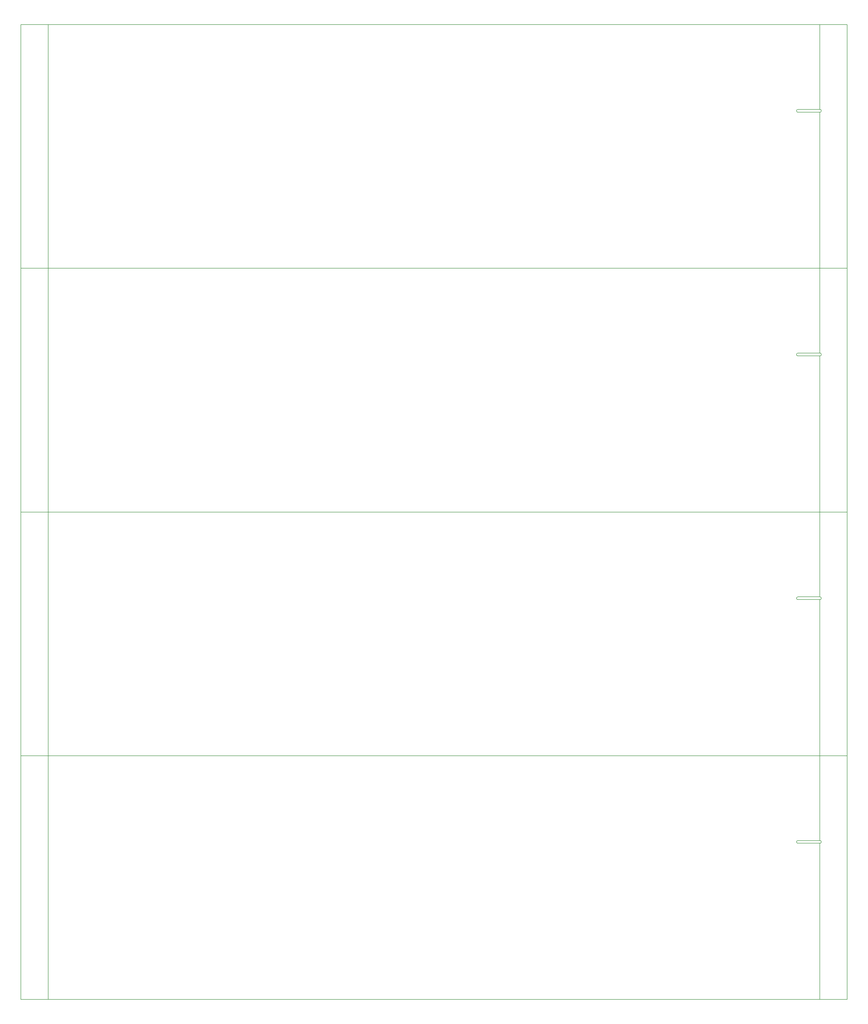
<source format=gko>
*
%FSLAX26Y26*%
%MOIN*%
%ADD10C,0.005906*%
%IPPOS*%
%LNs109698l04a0.gko*%
%LPD*%
G75*
G54D10*
X11178900Y2245280D03*
Y2284650D02*
X11174529Y2284159D01*
X11170376Y2282709D01*
X11166649Y2280373D01*
X11163533Y2277268D01*
X11161185Y2273549D01*
X11159721Y2269401D01*
X11159215Y2265032D01*
X11159692Y2260659D01*
X11161127Y2256502D01*
X11163450Y2252766D01*
X11166545Y2249640D01*
X11170256Y2247280D01*
X11174399Y2245802D01*
X11178766Y2245281D01*
X11178900Y2245280D01*
Y2245280D02*
X11493700D01*
Y0D01*
X393700D01*
Y3503940D01*
X11493700D01*
Y2284650D01*
X11178900D01*
Y5749220D03*
Y5788590D02*
X11174529Y5788099D01*
X11170376Y5786649D01*
X11166649Y5784313D01*
X11163533Y5781208D01*
X11161185Y5777489D01*
X11159721Y5773341D01*
X11159215Y5768972D01*
X11159692Y5764599D01*
X11161127Y5760442D01*
X11163450Y5756706D01*
X11166545Y5753580D01*
X11170256Y5751219D01*
X11174399Y5749742D01*
X11178766Y5749220D01*
X11178900Y5749220D01*
Y5749220D02*
X11493700D01*
Y3503940D01*
X393700D01*
Y7007880D01*
X11493700D01*
Y5788590D01*
X11178900D01*
Y9253160D03*
Y9292530D02*
X11174529Y9292039D01*
X11170376Y9290589D01*
X11166649Y9288253D01*
X11163533Y9285148D01*
X11161185Y9281429D01*
X11159721Y9277281D01*
X11159215Y9272912D01*
X11159692Y9268539D01*
X11161127Y9264381D01*
X11163450Y9260646D01*
X11166545Y9257520D01*
X11170256Y9255159D01*
X11174399Y9253681D01*
X11178766Y9253160D01*
X11178900Y9253160D01*
Y9253160D02*
X11493700D01*
Y7007880D01*
X393700D01*
Y10511820D01*
X11493700D01*
Y9292530D01*
X11178900D01*
Y12757100D03*
Y12796470D02*
X11174529Y12795979D01*
X11170376Y12794529D01*
X11166649Y12792193D01*
X11163533Y12789088D01*
X11161185Y12785369D01*
X11159721Y12781221D01*
X11159215Y12776852D01*
X11159692Y12772479D01*
X11161127Y12768321D01*
X11163450Y12764586D01*
X11166545Y12761460D01*
X11170256Y12759099D01*
X11174399Y12757621D01*
X11178766Y12757100D01*
X11178900Y12757100D01*
Y12757100D02*
X11493700D01*
Y10511820D01*
X393700D01*
Y14015760D01*
X11493700D01*
Y12796470D01*
X11178900D01*
X0Y0D02*
X11887400D01*
X0Y14015760D02*
X11887400D01*
Y0D01*
X0Y14015760D02*
Y0D01*
X11493700Y10511820D02*
X11887400D01*
X11493700Y7007880D02*
X11887400D01*
X11493700Y3503940D02*
X11887400D01*
X393700D02*
X0D01*
X393700Y7007880D02*
X0D01*
X393700Y10511820D02*
X0D01*
X11493700Y2245300D02*
X11498073Y2245791D01*
X11502227Y2247241D01*
X11505956Y2249577D01*
X11509074Y2252682D01*
X11511425Y2256402D01*
X11512891Y2260551D01*
X11513400Y2264921D01*
X11512926Y2269296D01*
X11511493Y2273456D01*
X11509172Y2277195D01*
X11506079Y2280325D01*
X11502369Y2282690D01*
X11498226Y2284173D01*
X11493857Y2284699D01*
X11493700Y2284700D01*
Y5749240D02*
X11498073Y5749731D01*
X11502227Y5751181D01*
X11505956Y5753517D01*
X11509074Y5756622D01*
X11511425Y5760342D01*
X11512891Y5764491D01*
X11513400Y5768861D01*
X11512926Y5773236D01*
X11511493Y5777396D01*
X11509172Y5781135D01*
X11506079Y5784265D01*
X11502369Y5786630D01*
X11498226Y5788113D01*
X11493857Y5788639D01*
X11493700Y5788640D01*
Y9253180D02*
X11498073Y9253671D01*
X11502227Y9255121D01*
X11505956Y9257457D01*
X11509074Y9260562D01*
X11511425Y9264282D01*
X11512891Y9268431D01*
X11513400Y9272801D01*
X11512926Y9277176D01*
X11511493Y9281336D01*
X11509172Y9285075D01*
X11506079Y9288205D01*
X11502369Y9290570D01*
X11498226Y9292053D01*
X11493857Y9292579D01*
X11493700Y9292580D01*
Y12757120D02*
X11498073Y12757611D01*
X11502227Y12759061D01*
X11505956Y12761397D01*
X11509074Y12764502D01*
X11511425Y12768222D01*
X11512891Y12772371D01*
X11513400Y12776741D01*
X11512926Y12781116D01*
X11511493Y12785276D01*
X11509172Y12789015D01*
X11506079Y12792145D01*
X11502369Y12794510D01*
X11498226Y12795993D01*
X11493857Y12796519D01*
X11493700Y12796520D01*
M02*

</source>
